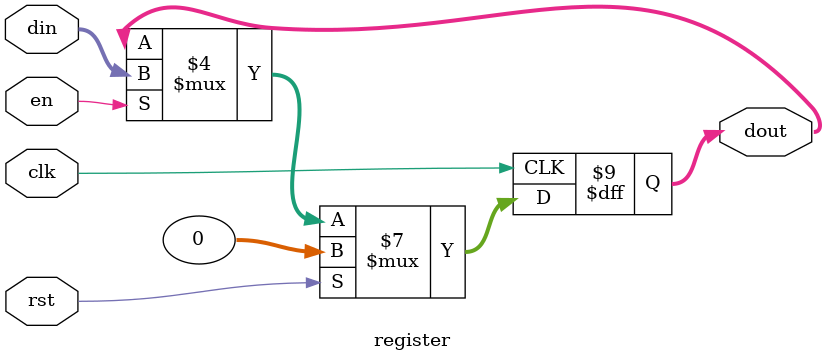
<source format=v>
module register(
    input clk, rst, en,
    input [31:0] din, 
    output reg [31:0] dout
);
    initial dout = 'b0;
	always @(posedge clk) begin
        if (rst) dout <= 0;
        else if (en) dout <= din;
        else dout <= dout;
	end
endmodule
</source>
